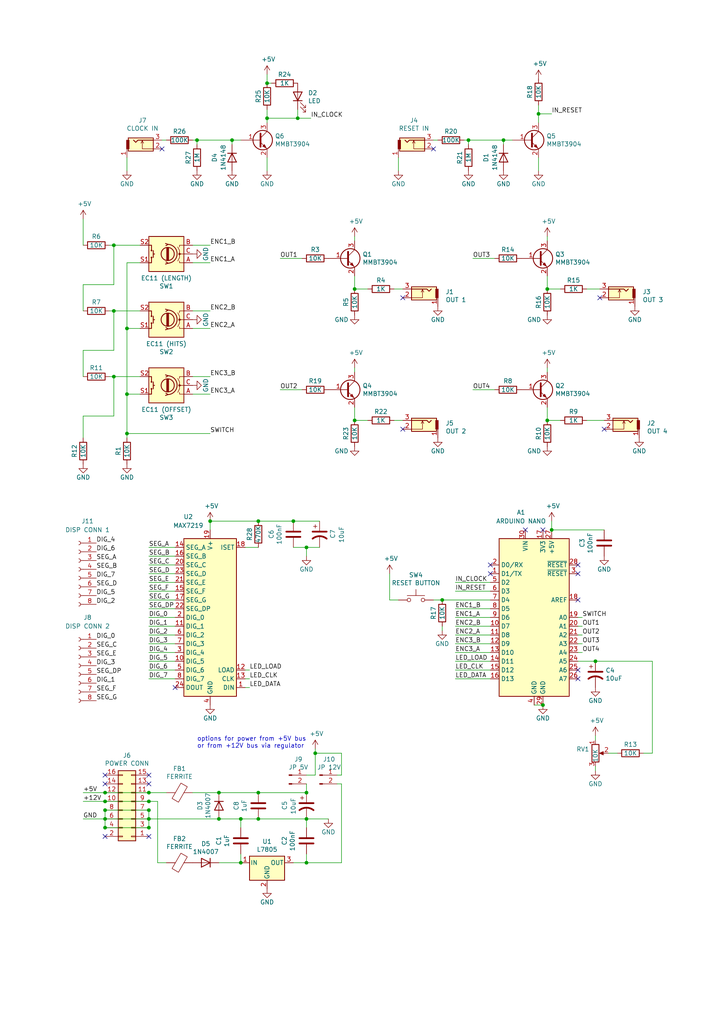
<source format=kicad_sch>
(kicad_sch (version 20230121) (generator eeschema)
  (paper "A4" portrait)
  (title_block (title "Eugenio") (date "2022-08-13") (rev "2.1"))
  (lib_symbols
    (symbol "Akiyuki_Connector:THONKICONN" (pin_names (offset 1.016))
      (property "Reference" "J" (at -1.27 4.445 0))
      (property "Value" "THONKICONN" (at 1.27 -2.54 0))
      (symbol "THONKICONN_1_1"
        (pin passive line (at -5.08 -2.54 90) (length 2.54) (name "~") (number "1"))
        (pin passive line (at 5.08 0 180) (length 2.54) (name "~") (number "2"))
        (pin passive line (at 5.08 2.54 180) (length 2.54) (name "~") (number "3"))
      )
    )
    (symbol "Connector:Conn_01x02_Male" (pin_names (offset 1.016) hide)
      (property "Reference" "J" (at 0 2.54 0))
      (property "Value" "Conn_01x02_Male" (at 0 -5.08 0))
      (symbol "Conn_01x02_Male_1_1"
        (pin passive line (at 5.08 0 180) (length 3.81) (name "Pin_1") (number "1"))
        (pin passive line (at 5.08 -2.54 180) (length 3.81) (name "Pin_2") (number "2"))
      )
    )
    (symbol "Connector:Conn_01x08_Female" (pin_names (offset 1.016) hide)
      (property "Reference" "J" (at 0 10.16 0))
      (property "Value" "Conn_01x08_Female" (at 0 -12.7 0))
      (symbol "Conn_01x08_Female_1_1"
        (pin passive line (at -5.08 7.62 0) (length 3.81) (name "Pin_1") (number "1"))
        (pin passive line (at -5.08 5.08 0) (length 3.81) (name "Pin_2") (number "2"))
        (pin passive line (at -5.08 2.54 0) (length 3.81) (name "Pin_3") (number "3"))
        (pin passive line (at -5.08 0 0) (length 3.81) (name "Pin_4") (number "4"))
        (pin passive line (at -5.08 -2.54 0) (length 3.81) (name "Pin_5") (number "5"))
        (pin passive line (at -5.08 -5.08 0) (length 3.81) (name "Pin_6") (number "6"))
        (pin passive line (at -5.08 -7.62 0) (length 3.81) (name "Pin_7") (number "7"))
        (pin passive line (at -5.08 -10.16 0) (length 3.81) (name "Pin_8") (number "8"))
      )
    )
    (symbol "Connector_Generic:Conn_02x08_Odd_Even" (pin_names (offset 1.016) hide)
      (property "Reference" "J" (at 1.27 10.16 0))
      (property "Value" "Conn_02x08_Odd_Even" (at 1.27 -12.7 0))
      (symbol "Conn_02x08_Odd_Even_1_1"
        (pin passive line (at -5.08 7.62 0) (length 3.81) (name "Pin_1") (number "1"))
        (pin passive line (at 7.62 -2.54 180) (length 3.81) (name "Pin_10") (number "10"))
        (pin passive line (at -5.08 -5.08 0) (length 3.81) (name "Pin_11") (number "11"))
        (pin passive line (at 7.62 -5.08 180) (length 3.81) (name "Pin_12") (number "12"))
        (pin passive line (at -5.08 -7.62 0) (length 3.81) (name "Pin_13") (number "13"))
        (pin passive line (at 7.62 -7.62 180) (length 3.81) (name "Pin_14") (number "14"))
        (pin passive line (at -5.08 -10.16 0) (length 3.81) (name "Pin_15") (number "15"))
        (pin passive line (at 7.62 -10.16 180) (length 3.81) (name "Pin_16") (number "16"))
        (pin passive line (at 7.62 7.62 180) (length 3.81) (name "Pin_2") (number "2"))
        (pin passive line (at -5.08 5.08 0) (length 3.81) (name "Pin_3") (number "3"))
        (pin passive line (at 7.62 5.08 180) (length 3.81) (name "Pin_4") (number "4"))
        (pin passive line (at -5.08 2.54 0) (length 3.81) (name "Pin_5") (number "5"))
        (pin passive line (at 7.62 2.54 180) (length 3.81) (name "Pin_6") (number "6"))
        (pin passive line (at -5.08 0 0) (length 3.81) (name "Pin_7") (number "7"))
        (pin passive line (at 7.62 0 180) (length 3.81) (name "Pin_8") (number "8"))
        (pin passive line (at -5.08 -2.54 0) (length 3.81) (name "Pin_9") (number "9"))
      )
    )
    (symbol "Device:C" (pin_numbers hide) (pin_names (offset 0.254))
      (property "Reference" "C" (at 0.635 2.54 0))
      (property "Value" "C" (at 0.635 -2.54 0))
      (symbol "C_1_1"
        (pin passive line (at 0 3.81 270) (length 2.794) (name "~") (number "1"))
        (pin passive line (at 0 -3.81 90) (length 2.794) (name "~") (number "2"))
      )
    )
    (symbol "Device:C_Polarized_US" (pin_numbers hide) (pin_names (offset 0.254) hide)
      (property "Reference" "C" (at 0.635 2.54 0))
      (property "Value" "C_Polarized_US" (at 0.635 -2.54 0))
      (symbol "C_Polarized_US_1_1"
        (pin passive line (at 0 3.81 270) (length 2.794) (name "~") (number "1"))
        (pin passive line (at 0 -3.81 90) (length 3.302) (name "~") (number "2"))
      )
    )
    (symbol "Device:FerriteBead" (pin_numbers hide) (pin_names (offset 0))
      (property "Reference" "FB" (at -3.81 0.635 90))
      (property "Value" "FerriteBead" (at 3.81 0 90))
      (symbol "FerriteBead_1_1"
        (pin passive line (at 0 3.81 270) (length 2.54) (name "~") (number "1"))
        (pin passive line (at 0 -3.81 90) (length 2.54) (name "~") (number "2"))
      )
    )
    (symbol "Device:LED" (pin_numbers hide) (pin_names (offset 1.016) hide)
      (property "Reference" "D" (at 0 2.54 0))
      (property "Value" "LED" (at 0 -2.54 0))
      (symbol "LED_1_1"
        (pin passive line (at -3.81 0 0) (length 2.54) (name "K") (number "1"))
        (pin passive line (at 3.81 0 180) (length 2.54) (name "A") (number "2"))
      )
    )
    (symbol "Device:R" (pin_numbers hide) (pin_names (offset 0))
      (property "Reference" "R" (at 2.032 0 90))
      (property "Value" "R" (at 0 0 90))
      (symbol "R_1_1"
        (pin passive line (at 0 3.81 270) (length 1.27) (name "~") (number "1"))
        (pin passive line (at 0 -3.81 90) (length 1.27) (name "~") (number "2"))
      )
    )
    (symbol "Device:R_Potentiometer" (pin_names (offset 1.016) hide)
      (property "Reference" "RV" (at -4.445 0 90))
      (property "Value" "R_Potentiometer" (at -2.54 0 90))
      (symbol "R_Potentiometer_1_1"
        (pin passive line (at 0 3.81 270) (length 1.27) (name "1") (number "1"))
        (pin passive line (at 3.81 0 180) (length 1.27) (name "2") (number "2"))
        (pin passive line (at 0 -3.81 90) (length 1.27) (name "3") (number "3"))
      )
    )
    (symbol "Device:RotaryEncoder_Switch" (pin_names (offset 0.254) hide)
      (property "Reference" "SW" (at 0 6.604 0))
      (property "Value" "RotaryEncoder_Switch" (at 0 -6.604 0))
      (symbol "RotaryEncoder_Switch_1_1"
        (pin passive line (at -7.62 2.54 0) (length 2.54) (name "A") (number "A"))
        (pin passive line (at -7.62 -2.54 0) (length 2.54) (name "B") (number "B"))
        (pin passive line (at -7.62 0 0) (length 2.54) (name "C") (number "C"))
        (pin passive line (at 7.62 2.54 180) (length 2.54) (name "S1") (number "S1"))
        (pin passive line (at 7.62 -2.54 180) (length 2.54) (name "S2") (number "S2"))
      )
    )
    (symbol "Diode:1N4007" (pin_numbers hide) (pin_names (offset 1.016) hide)
      (property "Reference" "D" (at 0 2.54 0))
      (property "Value" "1N4007" (at 0 -2.54 0))
      (symbol "1N4007_1_1"
        (pin passive line (at -3.81 0 0) (length 2.54) (name "K") (number "1"))
        (pin passive line (at 3.81 0 180) (length 2.54) (name "A") (number "2"))
      )
    )
    (symbol "Diode:1N4148" (pin_numbers hide) (pin_names (offset 1.016) hide)
      (property "Reference" "D" (at 0 2.54 0))
      (property "Value" "1N4148" (at 0 -2.54 0))
      (symbol "1N4148_1_1"
        (pin passive line (at -3.81 0 0) (length 2.54) (name "K") (number "1"))
        (pin passive line (at 3.81 0 180) (length 2.54) (name "A") (number "2"))
      )
    )
    (symbol "Driver_LED:MAX7219"
      (property "Reference" "U" (at -6.35 24.13 0))
      (property "Value" "MAX7219" (at 1.27 25.4 0))
      (symbol "MAX7219_1_1"
        (pin input line (at -10.16 -20.32 0) (length 2.54) (name "DIN") (number "1"))
        (pin output line (at 10.16 -12.7 180) (length 2.54) (name "DIG_5") (number "10"))
        (pin output line (at 10.16 -2.54 180) (length 2.54) (name "DIG_1") (number "11"))
        (pin input line (at -10.16 -15.24 0) (length 2.54) (name "LOAD") (number "12"))
        (pin input line (at -10.16 -17.78 0) (length 2.54) (name "CLK") (number "13"))
        (pin output line (at 10.16 20.32 180) (length 2.54) (name "SEG_A") (number "14"))
        (pin output line (at 10.16 7.62 180) (length 2.54) (name "SEG_F") (number "15"))
        (pin output line (at 10.16 17.78 180) (length 2.54) (name "SEG_B") (number "16"))
        (pin output line (at 10.16 5.08 180) (length 2.54) (name "SEG_G") (number "17"))
        (pin input line (at -10.16 20.32 0) (length 2.54) (name "ISET") (number "18"))
        (pin power_in line (at 0 25.4 270) (length 2.54) (name "V+") (number "19"))
        (pin output line (at 10.16 0 180) (length 2.54) (name "DIG_0") (number "2"))
        (pin output line (at 10.16 15.24 180) (length 2.54) (name "SEG_C") (number "20"))
        (pin output line (at 10.16 10.16 180) (length 2.54) (name "SEG_E") (number "21"))
        (pin output line (at 10.16 2.54 180) (length 2.54) (name "SEG_DP") (number "22"))
        (pin output line (at 10.16 12.7 180) (length 2.54) (name "SEG_D") (number "23"))
        (pin output line (at 10.16 -20.32 180) (length 2.54) (name "DOUT") (number "24"))
        (pin output line (at 10.16 -10.16 180) (length 2.54) (name "DIG_4") (number "3"))
        (pin power_in line (at 0 -25.4 90) (length 2.54) (name "GND") (number "4"))
        (pin output line (at 10.16 -15.24 180) (length 2.54) (name "DIG_6") (number "5"))
        (pin output line (at 10.16 -5.08 180) (length 2.54) (name "DIG_2") (number "6"))
        (pin output line (at 10.16 -7.62 180) (length 2.54) (name "DIG_3") (number "7"))
        (pin output line (at 10.16 -17.78 180) (length 2.54) (name "DIG_7") (number "8"))
        (pin passive line (at 0 -25.4 90) (length 2.54) hide (name "GND") (number "9"))
      )
    )
    (symbol "MCU_Module:Arduino_Nano_v3.x"
      (property "Reference" "A" (at -10.16 23.495 0))
      (property "Value" "Arduino_Nano_v3.x" (at 5.08 -24.13 0))
      (symbol "Arduino_Nano_v3.x_1_1"
        (pin bidirectional line (at -12.7 12.7 0) (length 2.54) (name "D1/TX") (number "1"))
        (pin bidirectional line (at -12.7 -2.54 0) (length 2.54) (name "D7") (number "10"))
        (pin bidirectional line (at -12.7 -5.08 0) (length 2.54) (name "D8") (number "11"))
        (pin bidirectional line (at -12.7 -7.62 0) (length 2.54) (name "D9") (number "12"))
        (pin bidirectional line (at -12.7 -10.16 0) (length 2.54) (name "D10") (number "13"))
        (pin bidirectional line (at -12.7 -12.7 0) (length 2.54) (name "D11") (number "14"))
        (pin bidirectional line (at -12.7 -15.24 0) (length 2.54) (name "D12") (number "15"))
        (pin bidirectional line (at -12.7 -17.78 0) (length 2.54) (name "D13") (number "16"))
        (pin power_out line (at 2.54 25.4 270) (length 2.54) (name "3V3") (number "17"))
        (pin input line (at 12.7 5.08 180) (length 2.54) (name "AREF") (number "18"))
        (pin bidirectional line (at 12.7 0 180) (length 2.54) (name "A0") (number "19"))
        (pin bidirectional line (at -12.7 15.24 0) (length 2.54) (name "D0/RX") (number "2"))
        (pin bidirectional line (at 12.7 -2.54 180) (length 2.54) (name "A1") (number "20"))
        (pin bidirectional line (at 12.7 -5.08 180) (length 2.54) (name "A2") (number "21"))
        (pin bidirectional line (at 12.7 -7.62 180) (length 2.54) (name "A3") (number "22"))
        (pin bidirectional line (at 12.7 -10.16 180) (length 2.54) (name "A4") (number "23"))
        (pin bidirectional line (at 12.7 -12.7 180) (length 2.54) (name "A5") (number "24"))
        (pin bidirectional line (at 12.7 -15.24 180) (length 2.54) (name "A6") (number "25"))
        (pin bidirectional line (at 12.7 -17.78 180) (length 2.54) (name "A7") (number "26"))
        (pin power_out line (at 5.08 25.4 270) (length 2.54) (name "+5V") (number "27"))
        (pin input line (at 12.7 15.24 180) (length 2.54) (name "~{RESET}") (number "28"))
        (pin power_in line (at 2.54 -25.4 90) (length 2.54) (name "GND") (number "29"))
        (pin input line (at 12.7 12.7 180) (length 2.54) (name "~{RESET}") (number "3"))
        (pin power_in line (at -2.54 25.4 270) (length 2.54) (name "VIN") (number "30"))
        (pin power_in line (at 0 -25.4 90) (length 2.54) (name "GND") (number "4"))
        (pin bidirectional line (at -12.7 10.16 0) (length 2.54) (name "D2") (number "5"))
        (pin bidirectional line (at -12.7 7.62 0) (length 2.54) (name "D3") (number "6"))
        (pin bidirectional line (at -12.7 5.08 0) (length 2.54) (name "D4") (number "7"))
        (pin bidirectional line (at -12.7 2.54 0) (length 2.54) (name "D5") (number "8"))
        (pin bidirectional line (at -12.7 0 0) (length 2.54) (name "D6") (number "9"))
      )
    )
    (symbol "Regulator_Linear:L7805" (pin_names (offset 0.254))
      (property "Reference" "U" (at -3.81 3.175 0))
      (property "Value" "L7805" (at 0 3.175 0))
      (symbol "L7805_1_1"
        (pin power_in line (at -7.62 0 0) (length 2.54) (name "IN") (number "1"))
        (pin power_in line (at 0 -7.62 90) (length 2.54) (name "GND") (number "2"))
        (pin power_out line (at 7.62 0 180) (length 2.54) (name "OUT") (number "3"))
      )
    )
    (symbol "Switch:SW_Push" (pin_numbers hide) (pin_names (offset 1.016) hide)
      (property "Reference" "SW" (at 1.27 2.54 0))
      (property "Value" "SW_Push" (at 0 -1.524 0))
      (symbol "SW_Push_0_1"
        (pin passive line (at -5.08 0 0) (length 2.54) (name "1") (number "1"))
        (pin passive line (at 5.08 0 180) (length 2.54) (name "2") (number "2"))
      )
    )
    (symbol "Transistor_BJT:MMBT3904" (pin_names (offset 0) hide)
      (property "Reference" "Q" (at 5.08 1.905 0))
      (property "Value" "MMBT3904" (at 5.08 0 0))
      (symbol "MMBT3904_1_1"
        (pin input line (at -5.08 0 0) (length 5.715) (name "B") (number "1"))
        (pin passive line (at 2.54 -5.08 90) (length 2.54) (name "E") (number "2"))
        (pin passive line (at 2.54 5.08 270) (length 2.54) (name "C") (number "3"))
      )
    )
    (symbol "power:+5V" (power) (pin_names (offset 0))
      (property "Value" "+5V" (at 0 3.556 0))
      (symbol "+5V_1_1"
        (pin power_in line (at 0 0 90) (length 0) hide (name "+5V") (number "1"))
      )
    )
    (symbol "power:GND" (power) (pin_names (offset 0))
      (property "Value" "GND" (at 0 -3.81 0))
      (symbol "GND_1_1"
        (pin power_in line (at 0 0 270) (length 0) hide (name "GND") (number "1"))
      )
    )
  )
  (junction (at 74.93 151.13))
  (junction (at 128.27 173.99))
  (junction (at 36.83 95.25))
  (junction (at 172.72 191.77))
  (junction (at 33.02 90.17))
  (junction (at 30.48 240.03))
  (junction (at 30.48 232.41))
  (junction (at 158.75 121.92))
  (junction (at 43.18 237.49))
  (junction (at 69.85 250.19))
  (junction (at 57.15 40.64))
  (junction (at 30.48 237.49))
  (junction (at 160.02 153.67))
  (junction (at 74.93 229.87))
  (junction (at 67.31 40.64))
  (junction (at 88.9 237.49))
  (junction (at 102.87 121.92))
  (junction (at 60.96 151.13))
  (junction (at 158.75 83.82))
  (junction (at 77.47 34.29))
  (junction (at 33.02 109.22))
  (junction (at 63.5 237.49))
  (junction (at 63.5 229.87))
  (junction (at 88.9 229.87))
  (junction (at 43.18 229.87))
  (junction (at 43.18 240.03))
  (junction (at 157.48 204.47))
  (junction (at 146.05 40.64))
  (junction (at 30.48 229.87))
  (junction (at 156.21 33.02))
  (junction (at 91.44 218.44))
  (junction (at 43.18 234.95))
  (junction (at 86.36 34.29))
  (junction (at 77.47 24.13))
  (junction (at 88.9 158.75))
  (junction (at 74.93 237.49))
  (junction (at 102.87 83.82))
  (junction (at 88.9 250.19))
  (junction (at 85.09 151.13))
  (junction (at 36.83 125.73))
  (junction (at 69.85 237.49))
  (junction (at 36.83 114.3))
  (junction (at 43.18 232.41))
  (junction (at 33.02 71.12))
  (junction (at 30.48 234.95))
  (junction (at 135.89 40.64))
  (no_connect (at 125.73 43.18))
  (no_connect (at 50.8 199.39))
  (no_connect (at 46.99 43.18))
  (no_connect (at 116.84 124.46))
  (no_connect (at 116.84 86.36))
  (no_connect (at 175.26 124.46))
  (no_connect (at 173.99 86.36))
  (no_connect (at 43.18 224.79))
  (no_connect (at 43.18 227.33))
  (no_connect (at 30.48 227.33))
  (no_connect (at 30.48 224.79))
  (no_connect (at 43.18 242.57))
  (no_connect (at 30.48 242.57))
  (no_connect (at 167.64 173.99))
  (no_connect (at 167.64 166.37))
  (no_connect (at 167.64 163.83))
  (no_connect (at 142.24 163.83))
  (no_connect (at 142.24 166.37))
  (no_connect (at 152.4 153.67))
  (no_connect (at 157.48 153.67))
  (no_connect (at 167.64 196.85))
  (no_connect (at 167.64 194.31))
  (wire (pts (xy 50.8 161.29) (xy 43.18 161.29)))
  (wire (pts (xy 160.02 151.13) (xy 160.02 153.67)))
  (wire (pts (xy 125.73 173.99) (xy 128.27 173.99)))
  (wire (pts (xy 158.75 80.01) (xy 158.75 83.82)))
  (wire (pts (xy 91.44 218.44) (xy 91.44 217.17)))
  (wire (pts (xy 40.64 114.3) (xy 36.83 114.3)))
  (wire (pts (xy 60.96 151.13) (xy 74.93 151.13)))
  (wire (pts (xy 102.87 118.11) (xy 102.87 121.92)))
  (wire (pts (xy 43.18 181.61) (xy 50.8 181.61)))
  (wire (pts (xy 31.75 71.12) (xy 33.02 71.12)))
  (wire (pts (xy 31.75 109.22) (xy 33.02 109.22)))
  (wire (pts (xy 77.47 45.72) (xy 77.47 49.53)))
  (wire (pts (xy 81.28 74.93) (xy 87.63 74.93)))
  (wire (pts (xy 50.8 163.83) (xy 43.18 163.83)))
  (wire (pts (xy 160.02 153.67) (xy 175.26 153.67)))
  (wire (pts (xy 128.27 181.61) (xy 128.27 182.88)))
  (wire (pts (xy 71.12 196.85) (xy 72.39 196.85)))
  (wire (pts (xy 71.12 199.39) (xy 72.39 199.39)))
  (wire (pts (xy 142.24 194.31) (xy 132.08 194.31)))
  (wire (pts (xy 85.09 151.13) (xy 92.71 151.13)))
  (wire (pts (xy 24.13 63.5) (xy 24.13 71.12)))
  (wire (pts (xy 57.15 40.64) (xy 67.31 40.64)))
  (wire (pts (xy 43.18 196.85) (xy 50.8 196.85)))
  (wire (pts (xy 43.18 173.99) (xy 50.8 173.99)))
  (wire (pts (xy 30.48 237.49) (xy 43.18 237.49)))
  (wire (pts (xy 172.72 222.25) (xy 172.72 223.52)))
  (wire (pts (xy 88.9 227.33) (xy 88.9 229.87)))
  (wire (pts (xy 71.12 194.31) (xy 72.39 194.31)))
  (wire (pts (xy 45.72 232.41) (xy 45.72 250.19)))
  (wire (pts (xy 57.15 41.91) (xy 57.15 40.64)))
  (wire (pts (xy 81.28 113.03) (xy 87.63 113.03)))
  (wire (pts (xy 24.13 120.65) (xy 24.13 127)))
  (wire (pts (xy 55.88 114.3) (xy 60.96 114.3)))
  (wire (pts (xy 74.93 158.75) (xy 71.12 158.75)))
  (wire (pts (xy 132.08 196.85) (xy 142.24 196.85)))
  (wire (pts (xy 85.09 158.75) (xy 88.9 158.75)))
  (wire (pts (xy 24.13 90.17) (xy 24.13 82.55)))
  (wire (pts (xy 167.64 181.61) (xy 168.91 181.61)))
  (wire (pts (xy 156.21 33.02) (xy 156.21 35.56)))
  (wire (pts (xy 24.13 237.49) (xy 30.48 237.49)))
  (wire (pts (xy 132.08 171.45) (xy 142.24 171.45)))
  (wire (pts (xy 55.88 40.64) (xy 57.15 40.64)))
  (wire (pts (xy 63.5 237.49) (xy 69.85 237.49)))
  (wire (pts (xy 30.48 229.87) (xy 43.18 229.87)))
  (wire (pts (xy 67.31 40.64) (xy 67.31 41.91)))
  (wire (pts (xy 175.26 121.92) (xy 170.18 121.92)))
  (wire (pts (xy 99.06 250.19) (xy 99.06 227.33)))
  (wire (pts (xy 24.13 109.22) (xy 24.13 101.6)))
  (wire (pts (xy 88.9 158.75) (xy 88.9 161.29)))
  (wire (pts (xy 69.85 250.19) (xy 69.85 247.65)))
  (wire (pts (xy 132.08 179.07) (xy 142.24 179.07)))
  (wire (pts (xy 113.03 173.99) (xy 115.57 173.99)))
  (wire (pts (xy 30.48 234.95) (xy 30.48 237.49)))
  (wire (pts (xy 176.53 218.44) (xy 179.07 218.44)))
  (wire (pts (xy 36.83 125.73) (xy 36.83 127)))
  (wire (pts (xy 115.57 49.53) (xy 115.57 45.72)))
  (wire (pts (xy 158.75 68.58) (xy 158.75 69.85)))
  (wire (pts (xy 74.93 229.87) (xy 88.9 229.87)))
  (wire (pts (xy 55.88 109.22) (xy 60.96 109.22)))
  (wire (pts (xy 167.64 184.15) (xy 168.91 184.15)))
  (wire (pts (xy 132.08 168.91) (xy 142.24 168.91)))
  (wire (pts (xy 55.88 229.87) (xy 63.5 229.87)))
  (wire (pts (xy 63.5 229.87) (xy 74.93 229.87)))
  (wire (pts (xy 189.23 191.77) (xy 189.23 218.44)))
  (wire (pts (xy 88.9 240.03) (xy 88.9 237.49)))
  (wire (pts (xy 69.85 237.49) (xy 74.93 237.49)))
  (wire (pts (xy 99.06 218.44) (xy 91.44 218.44)))
  (wire (pts (xy 135.89 40.64) (xy 146.05 40.64)))
  (wire (pts (xy 102.87 68.58) (xy 102.87 69.85)))
  (wire (pts (xy 67.31 40.64) (xy 69.85 40.64)))
  (wire (pts (xy 33.02 101.6) (xy 33.02 90.17)))
  (wire (pts (xy 134.62 40.64) (xy 135.89 40.64)))
  (wire (pts (xy 137.16 74.93) (xy 143.51 74.93)))
  (wire (pts (xy 30.48 232.41) (xy 43.18 232.41)))
  (wire (pts (xy 146.05 40.64) (xy 146.05 41.91)))
  (wire (pts (xy 132.08 191.77) (xy 142.24 191.77)))
  (wire (pts (xy 40.64 95.25) (xy 36.83 95.25)))
  (wire (pts (xy 43.18 168.91) (xy 50.8 168.91)))
  (wire (pts (xy 36.83 95.25) (xy 36.83 114.3)))
  (wire (pts (xy 50.8 158.75) (xy 43.18 158.75)))
  (wire (pts (xy 88.9 224.79) (xy 91.44 224.79)))
  (wire (pts (xy 40.64 76.2) (xy 36.83 76.2)))
  (wire (pts (xy 137.16 113.03) (xy 143.51 113.03)))
  (wire (pts (xy 24.13 82.55) (xy 33.02 82.55)))
  (wire (pts (xy 74.93 237.49) (xy 88.9 237.49)))
  (wire (pts (xy 33.02 82.55) (xy 33.02 71.12)))
  (wire (pts (xy 30.48 240.03) (xy 43.18 240.03)))
  (wire (pts (xy 24.13 229.87) (xy 30.48 229.87)))
  (wire (pts (xy 77.47 21.59) (xy 77.47 24.13)))
  (wire (pts (xy 88.9 250.19) (xy 99.06 250.19)))
  (wire (pts (xy 97.79 227.33) (xy 99.06 227.33)))
  (wire (pts (xy 102.87 83.82) (xy 106.68 83.82)))
  (wire (pts (xy 24.13 101.6) (xy 33.02 101.6)))
  (wire (pts (xy 30.48 234.95) (xy 43.18 234.95)))
  (wire (pts (xy 158.75 118.11) (xy 158.75 121.92)))
  (wire (pts (xy 69.85 240.03) (xy 69.85 237.49)))
  (wire (pts (xy 24.13 232.41) (xy 30.48 232.41)))
  (wire (pts (xy 55.88 71.12) (xy 60.96 71.12)))
  (wire (pts (xy 170.18 83.82) (xy 173.99 83.82)))
  (wire (pts (xy 43.18 189.23) (xy 50.8 189.23)))
  (wire (pts (xy 36.83 95.25) (xy 36.83 76.2)))
  (wire (pts (xy 86.36 31.75) (xy 86.36 34.29)))
  (wire (pts (xy 102.87 121.92) (xy 106.68 121.92)))
  (wire (pts (xy 33.02 109.22) (xy 40.64 109.22)))
  (wire (pts (xy 55.88 95.25) (xy 60.96 95.25)))
  (wire (pts (xy 146.05 40.64) (xy 148.59 40.64)))
  (wire (pts (xy 77.47 34.29) (xy 86.36 34.29)))
  (wire (pts (xy 88.9 250.19) (xy 88.9 247.65)))
  (wire (pts (xy 156.21 33.02) (xy 160.02 33.02)))
  (wire (pts (xy 132.08 184.15) (xy 142.24 184.15)))
  (wire (pts (xy 113.03 166.37) (xy 113.03 173.99)))
  (wire (pts (xy 167.64 186.69) (xy 168.91 186.69)))
  (wire (pts (xy 116.84 121.92) (xy 114.3 121.92)))
  (wire (pts (xy 50.8 166.37) (xy 43.18 166.37)))
  (wire (pts (xy 85.09 250.19) (xy 88.9 250.19)))
  (wire (pts (xy 36.83 45.72) (xy 36.83 49.53)))
  (wire (pts (xy 77.47 31.75) (xy 77.47 34.29)))
  (wire (pts (xy 31.75 90.17) (xy 33.02 90.17)))
  (wire (pts (xy 55.88 90.17) (xy 60.96 90.17)))
  (wire (pts (xy 154.94 204.47) (xy 157.48 204.47)))
  (wire (pts (xy 116.84 83.82) (xy 114.3 83.82)))
  (wire (pts (xy 167.64 191.77) (xy 172.72 191.77)))
  (wire (pts (xy 156.21 30.48) (xy 156.21 33.02)))
  (wire (pts (xy 158.75 121.92) (xy 162.56 121.92)))
  (wire (pts (xy 43.18 191.77) (xy 50.8 191.77)))
  (wire (pts (xy 45.72 250.19) (xy 48.26 250.19)))
  (wire (pts (xy 167.64 189.23) (xy 168.91 189.23)))
  (wire (pts (xy 102.87 80.01) (xy 102.87 83.82)))
  (wire (pts (xy 88.9 237.49) (xy 95.25 237.49)))
  (wire (pts (xy 132.08 189.23) (xy 142.24 189.23)))
  (wire (pts (xy 128.27 173.99) (xy 142.24 173.99)))
  (wire (pts (xy 33.02 120.65) (xy 33.02 109.22)))
  (wire (pts (xy 91.44 224.79) (xy 91.44 218.44)))
  (wire (pts (xy 33.02 90.17) (xy 40.64 90.17)))
  (wire (pts (xy 43.18 237.49) (xy 63.5 237.49)))
  (wire (pts (xy 33.02 120.65) (xy 24.13 120.65)))
  (wire (pts (xy 60.96 151.13) (xy 60.96 153.67)))
  (wire (pts (xy 186.69 218.44) (xy 189.23 218.44)))
  (wire (pts (xy 132.08 176.53) (xy 142.24 176.53)))
  (wire (pts (xy 43.18 194.31) (xy 50.8 194.31)))
  (wire (pts (xy 125.73 40.64) (xy 127 40.64)))
  (wire (pts (xy 99.06 224.79) (xy 99.06 218.44)))
  (wire (pts (xy 158.75 83.82) (xy 162.56 83.82)))
  (wire (pts (xy 43.18 234.95) (xy 43.18 237.49)))
  (wire (pts (xy 77.47 34.29) (xy 77.47 35.56)))
  (wire (pts (xy 50.8 171.45) (xy 43.18 171.45)))
  (wire (pts (xy 135.89 41.91) (xy 135.89 40.64)))
  (wire (pts (xy 43.18 179.07) (xy 50.8 179.07)))
  (wire (pts (xy 36.83 125.73) (xy 60.96 125.73)))
  (wire (pts (xy 172.72 213.36) (xy 172.72 214.63)))
  (wire (pts (xy 92.71 158.75) (xy 88.9 158.75)))
  (wire (pts (xy 46.99 40.64) (xy 48.26 40.64)))
  (wire (pts (xy 77.47 24.13) (xy 78.74 24.13)))
  (wire (pts (xy 43.18 186.69) (xy 50.8 186.69)))
  (wire (pts (xy 156.21 45.72) (xy 156.21 49.53)))
  (wire (pts (xy 86.36 34.29) (xy 90.17 34.29)))
  (wire (pts (xy 97.79 224.79) (xy 99.06 224.79)))
  (wire (pts (xy 43.18 232.41) (xy 45.72 232.41)))
  (wire (pts (xy 74.93 151.13) (xy 85.09 151.13)))
  (wire (pts (xy 30.48 240.03) (xy 30.48 237.49)))
  (wire (pts (xy 43.18 229.87) (xy 48.26 229.87)))
  (wire (pts (xy 43.18 237.49) (xy 43.18 240.03)))
  (wire (pts (xy 36.83 114.3) (xy 36.83 125.73)))
  (wire (pts (xy 43.18 176.53) (xy 50.8 176.53)))
  (wire (pts (xy 43.18 184.15) (xy 50.8 184.15)))
  (wire (pts (xy 132.08 181.61) (xy 142.24 181.61)))
  (wire (pts (xy 132.08 186.69) (xy 142.24 186.69)))
  (wire (pts (xy 158.75 106.68) (xy 158.75 107.95)))
  (wire (pts (xy 102.87 106.68) (xy 102.87 107.95)))
  (wire (pts (xy 33.02 71.12) (xy 40.64 71.12)))
  (wire (pts (xy 172.72 191.77) (xy 189.23 191.77)))
  (wire (pts (xy 168.91 179.07) (xy 167.64 179.07)))
  (wire (pts (xy 55.88 76.2) (xy 60.96 76.2)))
  (wire (pts (xy 63.5 250.19) (xy 69.85 250.19)))
  (text "options for power from +5V bus\nor from +12V bus via regulator" (at 57.15 217.17 0) (effects (font (size 1.27 1.27)) (justify left bottom)))
  (label "ENC1_B" (at 60.96 71.12 0))
  (label "IN_RESET" (at 132.08 171.45 0))
  (label "ENC1_A" (at 132.08 179.07 0))
  (label "SEG_DP" (at 43.18 176.53 0))
  (label "ENC3_A" (at 60.96 114.3 0))
  (label "ENC2_B" (at 60.96 90.17 0))
  (label "OUT1" (at 168.91 181.61 0))
  (label "SEG_A" (at 43.18 158.75 0))
  (label "ENC1_A" (at 60.96 76.2 0))
  (label "SEG_B" (at 27.94 165.1 0))
  (label "DIG_7" (at 43.18 196.85 0))
  (label "SEG_C" (at 27.94 187.96 0))
  (label "SEG_B" (at 43.18 161.29 0))
  (label "LED_LOAD" (at 132.08 191.77 0))
  (label "OUT2" (at 168.91 184.15 0))
  (label "GND" (at 24.13 237.49 0))
  (label "SEG_E" (at 27.94 190.5 0))
  (label "DIG_3" (at 27.94 193.04 0))
  (label "LED_LOAD" (at 72.39 194.31 0))
  (label "SEG_F" (at 27.94 200.66 0))
  (label "SWITCH" (at 60.96 125.73 0))
  (label "OUT2" (at 81.28 113.03 0))
  (label "SEG_F" (at 43.18 171.45 0))
  (label "DIG_1" (at 43.18 181.61 0))
  (label "+12V" (at 24.13 232.41 0))
  (label "DIG_2" (at 27.94 175.26 0))
  (label "SWITCH" (at 168.91 179.07 0))
  (label "SEG_A" (at 27.94 162.56 0))
  (label "SEG_D" (at 43.18 166.37 0))
  (label "ENC2_A" (at 60.96 95.25 0))
  (label "IN_CLOCK" (at 132.08 168.91 0))
  (label "ENC2_B" (at 132.08 181.61 0))
  (label "OUT4" (at 137.16 113.03 0))
  (label "LED_CLK" (at 72.39 196.85 0))
  (label "OUT4" (at 168.91 189.23 0))
  (label "ENC3_A" (at 132.08 189.23 0))
  (label "LED_DATA" (at 132.08 196.85 0))
  (label "SEG_DP" (at 27.94 195.58 0))
  (label "DIG_6" (at 43.18 194.31 0))
  (label "IN_RESET" (at 160.02 33.02 0))
  (label "SEG_G" (at 43.18 173.99 0))
  (label "OUT3" (at 137.16 74.93 0))
  (label "DIG_2" (at 43.18 184.15 0))
  (label "DIG_3" (at 43.18 186.69 0))
  (label "ENC2_A" (at 132.08 184.15 0))
  (label "DIG_0" (at 27.94 185.42 0))
  (label "SEG_G" (at 27.94 203.2 0))
  (label "SEG_E" (at 43.18 168.91 0))
  (label "DIG_6" (at 27.94 160.02 0))
  (label "+5V" (at 24.13 229.87 0))
  (label "DIG_7" (at 27.94 167.64 0))
  (label "OUT1" (at 81.28 74.93 0))
  (label "ENC3_B" (at 60.96 109.22 0))
  (label "DIG_1" (at 27.94 198.12 0))
  (label "LED_CLK" (at 132.08 194.31 0))
  (label "SEG_C" (at 43.18 163.83 0))
  (label "ENC1_B" (at 132.08 176.53 0))
  (label "DIG_4" (at 43.18 189.23 0))
  (label "DIG_0" (at 43.18 179.07 0))
  (label "DIG_5" (at 43.18 191.77 0))
  (label "IN_CLOCK" (at 90.17 34.29 0))
  (label "SEG_D" (at 27.94 170.18 0))
  (label "OUT3" (at 168.91 186.69 0))
  (label "ENC3_B" (at 132.08 186.69 0))
  (label "LED_DATA" (at 72.39 199.39 0))
  (label "DIG_4" (at 27.94 157.48 0))
  (label "DIG_5" (at 27.94 172.72 0))
  (symbol (lib_id "Device:R") (at 110.49 121.92 270) (unit 1)
    (property "Reference" "R22" (at 110.49 119.38 90))
    (property "Value" "1K" (at 110.49 121.92 90))
    (property "Footprint" "Resistor_SMD:R_0805_2012Metric" (effects hide))
  )
  (symbol (lib_id "power:GND") (at 77.47 49.53 0) (unit 1)
    (property "Reference" "#PWR041" (effects hide))
    (property "Value" "GND" (at 77.47 53.34 0))
  )
  (symbol (lib_id "Transistor_BJT:MMBT3904") (at 74.93 40.64 0) (unit 1)
    (property "Reference" "Q6" (at 79.756 39.4716 0) (effects (justify left)))
    (property "Value" "MMBT3904" (at 79.756 41.783 0) (effects (justify left)))
    (property "Footprint" "Package_TO_SOT_SMD:SOT-23" (effects hide))
    (property "Datasheet" "https://www.onsemi.com/pub/Collateral/2N3903-D.PDF" (effects hide))
  )
  (symbol (lib_id "Device:R") (at 77.47 27.94 0) (unit 1)
    (property "Reference" "R25" (at 74.93 27.94 90))
    (property "Value" "10K" (at 77.47 27.94 90))
    (property "Footprint" "Resistor_SMD:R_0805_2012Metric" (effects hide))
  )
  (symbol (lib_id "Device:R") (at 82.55 24.13 270) (unit 1)
    (property "Reference" "R24" (at 82.55 21.59 90))
    (property "Value" "1K" (at 82.55 24.13 90))
    (property "Footprint" "Resistor_SMD:R_0805_2012Metric" (effects hide))
  )
  (symbol (lib_id "power:+5V") (at 160.02 151.13 0) (unit 1)
    (property "Reference" "#PWR04" (effects hide))
    (property "Value" "+5V" (at 160.401 146.7358 0))
  )
  (symbol (lib_id "power:+5V") (at 156.21 22.86 0) (unit 1)
    (property "Reference" "#PWR027" (effects hide))
    (property "Value" "+5V" (at 156.591 18.4658 0))
  )
  (symbol (lib_id "Device:R") (at 57.15 45.72 0) (unit 1)
    (property "Reference" "R27" (at 54.61 45.72 90))
    (property "Value" "1M" (at 57.15 45.72 90))
    (property "Footprint" "Resistor_SMD:R_0805_2012Metric" (effects hide))
  )
  (symbol (lib_id "Diode:1N4148") (at 146.05 45.72 270) (unit 1)
    (property "Reference" "D1" (at 140.97 45.72 0))
    (property "Value" "1N4148" (at 143.51 45.72 0))
    (property "Footprint" "Diode_SMD:D_0805_2012Metric" (effects hide))
    (property "Datasheet" "https://assets.nexperia.com/documents/data-sheet/1N4148_1N4448.pdf" (effects hide))
  )
  (symbol (lib_id "Diode:1N4148") (at 67.31 45.72 270) (unit 1)
    (property "Reference" "D4" (at 62.23 45.72 0))
    (property "Value" "1N4148" (at 64.77 45.72 0))
    (property "Footprint" "Diode_SMD:D_0805_2012Metric" (effects hide))
    (property "Datasheet" "https://assets.nexperia.com/documents/data-sheet/1N4148_1N4448.pdf" (effects hide))
  )
  (symbol (lib_id "power:GND") (at 67.31 49.53 0) (unit 1)
    (property "Reference" "#PWR040" (effects hide))
    (property "Value" "GND" (at 67.31 53.34 0))
  )
  (symbol (lib_id "power:+5V") (at 77.47 21.59 0) (unit 1)
    (property "Reference" "#PWR035" (effects hide))
    (property "Value" "+5V" (at 77.851 17.1958 0))
  )
  (symbol (lib_id "Device:R") (at 182.88 218.44 270) (unit 1)
    (property "Reference" "R13" (at 182.88 215.9 90))
    (property "Value" "10K" (at 182.88 218.44 90))
    (property "Footprint" "Resistor_SMD:R_0805_2012Metric" (effects hide))
  )
  (symbol (lib_id "Device:R_Potentiometer") (at 172.72 218.44 0) (unit 1)
    (property "Reference" "RV1" (at 170.9674 217.2716 0) (effects (justify right)))
    (property "Value" "10K" (at 172.72 217.17 90) (effects (justify right)))
    (property "Footprint" "Potentiometer_THT:Potentiometer_Alpha_RD901F-40-00D_Single_Vertical" (effects hide))
  )
  (symbol (lib_id "Device:C_Polarized_US") (at 172.72 195.58 0) (unit 1)
    (property "Reference" "C4" (at 175.641 194.4116 0) (effects (justify left)))
    (property "Value" "10uF" (at 175.641 196.723 0) (effects (justify left)))
    (property "Footprint" "Capacitor_SMD:CP_Elec_5x4.5" (effects hide))
  )
  (symbol (lib_id "power:GND") (at 172.72 199.39 0) (unit 1)
    (property "Reference" "#PWR022" (effects hide))
    (property "Value" "GND" (at 172.72 203.2 0))
  )
  (symbol (lib_id "Device:LED") (at 86.36 27.94 90) (unit 1)
    (property "Reference" "D2" (at 89.3572 26.9494 90) (effects (justify right)))
    (property "Value" "LED" (at 89.3572 29.2608 90) (effects (justify right)))
    (property "Footprint" "LED_THT:LED_D3.0mm" (effects hide))
  )
  (symbol (lib_id "Device:FerriteBead") (at 52.07 229.87 270) (unit 1)
    (property "Reference" "FB1" (at 52.07 222.9104 90))
    (property "Value" "FERRITE" (at 52.07 225.2218 90))
    (property "Footprint" "Inductor_SMD:L_0603_1608Metric" (effects hide))
  )
  (symbol (lib_id "power:GND") (at 175.26 161.29 0) (unit 1)
    (property "Reference" "#PWR05" (effects hide))
    (property "Value" "GND" (at 175.26 165.1 0))
  )
  (symbol (lib_id "Device:C") (at 175.26 157.48 0) (unit 1)
    (property "Reference" "C3" (at 168.8592 157.48 90))
    (property "Value" "100nF" (at 171.1706 157.48 90))
    (property "Footprint" "Capacitor_SMD:C_0805_2012Metric" (effects hide))
  )
  (symbol (lib_id "power:+5V") (at 91.44 217.17 0) (unit 1)
    (property "Reference" "#PWR036" (effects hide))
    (property "Value" "+5V" (at 91.821 212.7758 0))
  )
  (symbol (lib_id "Device:RotaryEncoder_Switch") (at 48.26 92.71 180) (unit 1)
    (property "Reference" "SW2" (at 48.26 102.0318 0))
    (property "Value" "EC11 (HITS)" (at 48.26 99.7204 0))
    (property "Footprint" "Rotary_Encoder:RotaryEncoder_Alps_EC11E-Switch_Vertical_H20mm" (effects hide))
  )
  (symbol (lib_id "Device:RotaryEncoder_Switch") (at 48.26 111.76 180) (unit 1)
    (property "Reference" "SW3" (at 48.26 121.0818 0))
    (property "Value" "EC11 (OFFSET)" (at 48.26 118.7704 0))
    (property "Footprint" "Rotary_Encoder:RotaryEncoder_Alps_EC11E-Switch_Vertical_H20mm" (effects hide))
  )
  (symbol (lib_id "Device:R") (at 158.75 87.63 0) (unit 1)
    (property "Reference" "R16" (at 156.21 87.63 90))
    (property "Value" "10K" (at 158.75 87.63 90))
    (property "Footprint" "Resistor_SMD:R_0805_2012Metric" (effects hide))
  )
  (symbol (lib_id "Device:R") (at 166.37 83.82 270) (unit 1)
    (property "Reference" "R15" (at 166.37 81.28 90))
    (property "Value" "1K" (at 166.37 83.82 90))
    (property "Footprint" "Resistor_SMD:R_0805_2012Metric" (effects hide))
  )
  (symbol (lib_id "power:+5V") (at 158.75 68.58 0) (unit 1)
    (property "Reference" "#PWR019" (effects hide))
    (property "Value" "+5V" (at 159.131 64.1858 0))
  )
  (symbol (lib_id "Device:R") (at 147.32 113.03 270) (unit 1)
    (property "Reference" "R8" (at 147.32 110.49 90))
    (property "Value" "10K" (at 147.32 113.03 90))
    (property "Footprint" "Resistor_SMD:R_0805_2012Metric" (effects hide))
  )
  (symbol (lib_id "Device:R") (at 158.75 125.73 0) (unit 1)
    (property "Reference" "R10" (at 156.21 125.73 90))
    (property "Value" "10K" (at 158.75 125.73 90))
    (property "Footprint" "Resistor_SMD:R_0805_2012Metric" (effects hide))
  )
  (symbol (lib_id "Device:R") (at 166.37 121.92 270) (unit 1)
    (property "Reference" "R9" (at 166.37 119.38 90))
    (property "Value" "1K" (at 166.37 121.92 90))
    (property "Footprint" "Resistor_SMD:R_0805_2012Metric" (effects hide))
  )
  (symbol (lib_id "power:GND") (at 102.87 91.44 0) (unit 1)
    (property "Reference" "#PWR010" (effects hide))
    (property "Value" "GND" (at 99.06 92.71 0))
  )
  (symbol (lib_id "Transistor_BJT:MMBT3904") (at 100.33 74.93 0) (unit 1)
    (property "Reference" "Q1" (at 105.156 73.7616 0) (effects (justify left)))
    (property "Value" "MMBT3904" (at 105.156 76.073 0) (effects (justify left)))
    (property "Footprint" "Package_TO_SOT_SMD:SOT-23" (effects hide))
    (property "Datasheet" "https://www.onsemi.com/pub/Collateral/2N3903-D.PDF" (effects hide))
  )
  (symbol (lib_id "Device:R") (at 91.44 74.93 270) (unit 1)
    (property "Reference" "R3" (at 91.44 72.39 90))
    (property "Value" "10K" (at 91.44 74.93 90))
    (property "Footprint" "Resistor_SMD:R_0805_2012Metric" (effects hide))
  )
  (symbol (lib_id "Device:R") (at 102.87 87.63 0) (unit 1)
    (property "Reference" "R5" (at 100.33 87.63 90))
    (property "Value" "10K" (at 102.87 87.63 90))
    (property "Footprint" "Resistor_SMD:R_0805_2012Metric" (effects hide))
  )
  (symbol (lib_id "Device:R") (at 110.49 83.82 270) (unit 1)
    (property "Reference" "R4" (at 110.49 81.28 90))
    (property "Value" "1K" (at 110.49 83.82 90))
    (property "Footprint" "Resistor_SMD:R_0805_2012Metric" (effects hide))
  )
  (symbol (lib_id "power:+5V") (at 102.87 68.58 0) (unit 1)
    (property "Reference" "#PWR06" (effects hide))
    (property "Value" "+5V" (at 103.251 64.1858 0))
  )
  (symbol (lib_id "Device:R") (at 27.94 90.17 270) (unit 1)
    (property "Reference" "R7" (at 27.94 87.63 90))
    (property "Value" "10K" (at 27.94 90.17 90))
    (property "Footprint" "Resistor_SMD:R_0805_2012Metric" (effects hide))
  )
  (symbol (lib_id "power:GND") (at 24.13 134.62 0) (unit 1)
    (property "Reference" "#PWR020" (effects hide))
    (property "Value" "GND" (at 24.13 138.43 0))
  )
  (symbol (lib_id "Akiyuki_Connector:THONKICONN") (at 120.65 43.18 0) (unit 1)
    (property "Reference" "J4" (at 120.0912 34.925 0))
    (property "Value" "RESET IN" (at 120.0912 37.2364 0))
    (property "Footprint" "Kicad_Akiyuki_Footprint:THONKICONN" (effects hide))
  )
  (symbol (lib_id "power:GND") (at 55.88 111.76 90) (unit 1)
    (property "Reference" "#PWR017" (effects hide))
    (property "Value" "GND" (at 59.69 111.76 0))
  )
  (symbol (lib_id "power:GND") (at 36.83 49.53 0) (unit 1)
    (property "Reference" "#PWR038" (effects hide))
    (property "Value" "GND" (at 36.83 53.34 0))
  )
  (symbol (lib_id "power:GND") (at 95.25 237.49 0) (unit 1)
    (property "Reference" "#PWR037" (effects hide))
    (property "Value" "GND" (at 95.25 241.3 0))
  )
  (symbol (lib_id "Diode:1N4007") (at 63.5 233.68 270) (unit 1)
    (property "Reference" "D3" (at 58.0136 233.68 0))
    (property "Value" "1N4007" (at 60.325 233.68 0))
    (property "Footprint" "Diode_SMD:D_1206_3216Metric" (effects hide))
    (property "Datasheet" "http://www.vishay.com/docs/88503/1n4001.pdf" (effects hide))
  )
  (symbol (lib_id "Device:C_Polarized_US") (at 88.9 233.68 0) (unit 1)
    (property "Reference" "C5" (at 82.55 234.95 90) (effects (justify left)))
    (property "Value" "10uF" (at 85.09 236.22 90) (effects (justify left)))
    (property "Footprint" "Capacitor_SMD:CP_Elec_5x4.5" (effects hide))
  )
  (symbol (lib_id "Transistor_BJT:MMBT3904") (at 100.33 113.03 0) (unit 1)
    (property "Reference" "Q4" (at 105.156 111.8616 0) (effects (justify left)))
    (property "Value" "MMBT3904" (at 105.156 114.173 0) (effects (justify left)))
    (property "Footprint" "Package_TO_SOT_SMD:SOT-23" (effects hide))
    (property "Datasheet" "https://www.onsemi.com/pub/Collateral/2N3903-D.PDF" (effects hide))
  )
  (symbol (lib_id "MCU_Module:Arduino_Nano_v3.x") (at 154.94 179.07 0) (unit 1)
    (property "Reference" "A1" (at 151.13 148.59 0))
    (property "Value" "ARDUINO NANO" (at 151.13 151.13 0))
    (property "Footprint" "Module:Arduino_Nano" (effects hide))
    (property "Datasheet" "http://www.mouser.com/pdfdocs/Gravitech_Arduino_Nano3_0.pdf" (effects hide))
  )
  (symbol (lib_id "Device:R") (at 91.44 113.03 270) (unit 1)
    (property "Reference" "R19" (at 91.44 110.49 90))
    (property "Value" "10K" (at 91.44 113.03 90))
    (property "Footprint" "Resistor_SMD:R_0805_2012Metric" (effects hide))
  )
  (symbol (lib_id "Device:R") (at 102.87 125.73 0) (unit 1)
    (property "Reference" "R23" (at 100.33 125.73 90))
    (property "Value" "10K" (at 102.87 125.73 90))
    (property "Footprint" "Resistor_SMD:R_0805_2012Metric" (effects hide))
  )
  (symbol (lib_id "power:GND") (at 57.15 49.53 0) (unit 1)
    (property "Reference" "#PWR039" (effects hide))
    (property "Value" "GND" (at 57.15 53.34 0))
  )
  (symbol (lib_id "Device:RotaryEncoder_Switch") (at 48.26 73.66 180) (unit 1)
    (property "Reference" "SW1" (at 48.26 82.9818 0))
    (property "Value" "EC11 (LENGTH)" (at 48.26 80.6704 0))
    (property "Footprint" "Rotary_Encoder:RotaryEncoder_Alps_EC11E-Switch_Vertical_H20mm" (effects hide))
  )
  (symbol (lib_id "power:GND") (at 146.05 49.53 0) (unit 1)
    (property "Reference" "#PWR031" (effects hide))
    (property "Value" "GND" (at 146.05 53.34 0))
  )
  (symbol (lib_id "Device:R") (at 130.81 40.64 270) (unit 1)
    (property "Reference" "R20" (at 130.81 38.1 90))
    (property "Value" "100K" (at 130.81 40.64 90))
    (property "Footprint" "Resistor_SMD:R_0805_2012Metric" (effects hide))
  )
  (symbol (lib_id "Transistor_BJT:MMBT3904") (at 153.67 40.64 0) (unit 1)
    (property "Reference" "Q5" (at 158.496 39.4716 0) (effects (justify left)))
    (property "Value" "MMBT3904" (at 158.496 41.783 0) (effects (justify left)))
    (property "Footprint" "Package_TO_SOT_SMD:SOT-23" (effects hide))
    (property "Datasheet" "https://www.onsemi.com/pub/Collateral/2N3903-D.PDF" (effects hide))
  )
  (symbol (lib_id "Device:R") (at 156.21 26.67 0) (unit 1)
    (property "Reference" "R18" (at 153.67 26.67 90))
    (property "Value" "10K" (at 156.21 26.67 90))
    (property "Footprint" "Resistor_SMD:R_0805_2012Metric" (effects hide))
  )
  (symbol (lib_id "power:GND") (at 156.21 49.53 0) (unit 1)
    (property "Reference" "#PWR032" (effects hide))
    (property "Value" "GND" (at 156.21 53.34 0))
  )
  (symbol (lib_id "power:GND") (at 135.89 49.53 0) (unit 1)
    (property "Reference" "#PWR030" (effects hide))
    (property "Value" "GND" (at 135.89 53.34 0))
  )
  (symbol (lib_id "Device:R") (at 135.89 45.72 0) (unit 1)
    (property "Reference" "R21" (at 133.35 45.72 90))
    (property "Value" "1M" (at 135.89 45.72 90))
    (property "Footprint" "Resistor_SMD:R_0805_2012Metric" (effects hide))
  )
  (symbol (lib_id "power:GND") (at 157.48 204.47 0) (unit 1)
    (property "Reference" "#PWR012" (effects hide))
    (property "Value" "GND" (at 157.48 208.28 0))
  )
  (symbol (lib_id "power:+5V") (at 172.72 213.36 0) (unit 1)
    (property "Reference" "#PWR018" (effects hide))
    (property "Value" "+5V" (at 173.101 208.9658 0))
  )
  (symbol (lib_id "power:GND") (at 172.72 223.52 0) (unit 1)
    (property "Reference" "#PWR021" (effects hide))
    (property "Value" "GND" (at 172.72 227.33 0))
  )
  (symbol (lib_id "Device:R") (at 52.07 40.64 270) (unit 1)
    (property "Reference" "R26" (at 52.07 38.1 90))
    (property "Value" "100K" (at 52.07 40.64 90))
    (property "Footprint" "Resistor_SMD:R_0805_2012Metric" (effects hide))
  )
  (symbol (lib_id "power:+5V") (at 102.87 106.68 0) (unit 1)
    (property "Reference" "#PWR028" (effects hide))
    (property "Value" "+5V" (at 103.251 102.2858 0))
  )
  (symbol (lib_id "Switch:SW_Push") (at 120.65 173.99 0) (unit 1)
    (property "Reference" "SW4" (at 120.65 166.751 0))
    (property "Value" "RESET BUTTON" (at 120.65 169.0624 0))
    (property "Footprint" "Button_Switch_THT:SW_PUSH_6mm" (effects hide))
  )
  (symbol (lib_id "power:GND") (at 128.27 182.88 0) (unit 1)
    (property "Reference" "#PWR026" (effects hide))
    (property "Value" "GND" (at 128.27 186.69 0))
  )
  (symbol (lib_id "power:+5V") (at 113.03 166.37 0) (unit 1)
    (property "Reference" "#PWR023" (effects hide))
    (property "Value" "+5V" (at 113.411 161.9758 0))
  )
  (symbol (lib_id "Device:R") (at 128.27 177.8 0) (unit 1)
    (property "Reference" "R17" (at 125.73 177.8 90))
    (property "Value" "10K" (at 128.27 177.8 90))
    (property "Footprint" "Resistor_SMD:R_0805_2012Metric" (effects hide))
  )
  (symbol (lib_id "power:GND") (at 127 127 0) (unit 1)
    (property "Reference" "#PWR033" (effects hide))
    (property "Value" "GND" (at 127 130.81 0))
  )
  (symbol (lib_id "power:GND") (at 102.87 129.54 0) (unit 1)
    (property "Reference" "#PWR034" (effects hide))
    (property "Value" "GND" (at 99.06 130.81 0))
  )
  (symbol (lib_id "power:GND") (at 158.75 91.44 0) (unit 1)
    (property "Reference" "#PWR025" (effects hide))
    (property "Value" "GND" (at 154.94 92.71 0))
  )
  (symbol (lib_id "Transistor_BJT:MMBT3904") (at 156.21 74.93 0) (unit 1)
    (property "Reference" "Q3" (at 161.036 73.7616 0) (effects (justify left)))
    (property "Value" "MMBT3904" (at 161.036 76.073 0) (effects (justify left)))
    (property "Footprint" "Package_TO_SOT_SMD:SOT-23" (effects hide))
    (property "Datasheet" "https://www.onsemi.com/pub/Collateral/2N3903-D.PDF" (effects hide))
  )
  (symbol (lib_id "Device:R") (at 147.32 74.93 270) (unit 1)
    (property "Reference" "R14" (at 147.32 72.39 90))
    (property "Value" "10K" (at 147.32 74.93 90))
    (property "Footprint" "Resistor_SMD:R_0805_2012Metric" (effects hide))
  )
  (symbol (lib_id "power:GND") (at 158.75 129.54 0) (unit 1)
    (property "Reference" "#PWR016" (effects hide))
    (property "Value" "GND" (at 154.94 130.81 0))
  )
  (symbol (lib_id "Transistor_BJT:MMBT3904") (at 156.21 113.03 0) (unit 1)
    (property "Reference" "Q2" (at 161.036 111.8616 0) (effects (justify left)))
    (property "Value" "MMBT3904" (at 161.036 114.173 0) (effects (justify left)))
    (property "Footprint" "Package_TO_SOT_SMD:SOT-23" (effects hide))
    (property "Datasheet" "https://www.onsemi.com/pub/Collateral/2N3903-D.PDF" (effects hide))
  )
  (symbol (lib_id "power:+5V") (at 158.75 106.68 0) (unit 1)
    (property "Reference" "#PWR013" (effects hide))
    (property "Value" "+5V" (at 159.131 102.2858 0))
  )
  (symbol (lib_id "Device:R") (at 27.94 109.22 270) (unit 1)
    (property "Reference" "R11" (at 27.94 106.68 90))
    (property "Value" "10K" (at 27.94 109.22 90))
    (property "Footprint" "Resistor_SMD:R_0805_2012Metric" (effects hide))
  )
  (symbol (lib_id "Device:R") (at 27.94 71.12 270) (unit 1)
    (property "Reference" "R6" (at 27.94 68.58 90))
    (property "Value" "10K" (at 27.94 71.12 90))
    (property "Footprint" "Resistor_SMD:R_0805_2012Metric" (effects hide))
  )
  (symbol (lib_id "Device:R") (at 24.13 130.81 0) (unit 1)
    (property "Reference" "R12" (at 21.59 130.81 90))
    (property "Value" "10K" (at 24.13 130.81 90))
    (property "Footprint" "Resistor_SMD:R_0805_2012Metric" (effects hide))
  )
  (symbol (lib_id "power:+5V") (at 24.13 63.5 0) (unit 1)
    (property "Reference" "#PWR07" (effects hide))
    (property "Value" "+5V" (at 24.511 59.1058 0))
  )
  (symbol (lib_id "Device:R") (at 36.83 130.81 0) (unit 1)
    (property "Reference" "R1" (at 34.29 130.81 90))
    (property "Value" "10K" (at 36.83 130.81 90))
    (property "Footprint" "Resistor_SMD:R_0805_2012Metric" (effects hide))
  )
  (symbol (lib_id "power:GND") (at 36.83 134.62 0) (unit 1)
    (property "Reference" "#PWR01" (effects hide))
    (property "Value" "GND" (at 36.83 138.43 0))
  )
  (symbol (lib_id "power:GND") (at 55.88 73.66 90) (unit 1)
    (property "Reference" "#PWR011" (effects hide))
    (property "Value" "GND" (at 59.69 73.66 0))
  )
  (symbol (lib_id "power:GND") (at 55.88 92.71 90) (unit 1)
    (property "Reference" "#PWR014" (effects hide))
    (property "Value" "GND" (at 59.69 92.71 0))
  )
  (symbol (lib_id "Akiyuki_Connector:THONKICONN") (at 41.91 43.18 0) (unit 1)
    (property "Reference" "J7" (at 41.3512 34.925 0))
    (property "Value" "CLOCK IN" (at 41.3512 37.2364 0))
    (property "Footprint" "Kicad_Akiyuki_Footprint:THONKICONN" (effects hide))
  )
  (symbol (lib_id "power:GND") (at 115.57 49.53 0) (unit 1)
    (property "Reference" "#PWR029" (effects hide))
    (property "Value" "GND" (at 115.57 53.34 0))
  )
  (symbol (lib_id "power:GND") (at 184.15 88.9 0) (unit 1)
    (property "Reference" "#PWR024" (effects hide))
    (property "Value" "GND" (at 184.15 92.71 0))
  )
  (symbol (lib_id "Akiyuki_Connector:THONKICONN") (at 179.07 86.36 0) (mirror y) (unit 1)
    (property "Reference" "J3" (at 186.3852 84.6328 0) (effects (justify right)))
    (property "Value" "OUT 3" (at 186.3852 86.9442 0) (effects (justify right)))
    (property "Footprint" "Kicad_Akiyuki_Footprint:THONKICONN" (effects hide))
  )
  (symbol (lib_id "power:GND") (at 185.42 127 0) (unit 1)
    (property "Reference" "#PWR015" (effects hide))
    (property "Value" "GND" (at 185.42 130.81 0))
  )
  (symbol (lib_id "Akiyuki_Connector:THONKICONN") (at 180.34 124.46 0) (mirror y) (unit 1)
    (property "Reference" "J2" (at 187.6552 122.7328 0) (effects (justify right)))
    (property "Value" "OUT 4" (at 187.6552 125.0442 0) (effects (justify right)))
    (property "Footprint" "Kicad_Akiyuki_Footprint:THONKICONN" (effects hide))
  )
  (symbol (lib_id "power:GND") (at 127 88.9 0) (unit 1)
    (property "Reference" "#PWR09" (effects hide))
    (property "Value" "GND" (at 127 92.71 0))
  )
  (symbol (lib_id "power:GND") (at 60.96 204.47 0) (unit 1)
    (property "Reference" "#PWR044" (effects hide))
    (property "Value" "GND" (at 60.96 208.28 0))
  )
  (symbol (lib_id "power:+5V") (at 60.96 151.13 0) (unit 1)
    (property "Reference" "#PWR042" (effects hide))
    (property "Value" "+5V" (at 61.341 146.7358 0))
  )
  (symbol (lib_id "Driver_LED:MAX7219") (at 60.96 179.07 0) (mirror y) (unit 1)
    (property "Reference" "U2" (at 54.61 149.86 0))
    (property "Value" "MAX7219" (at 54.61 152.4 0))
    (property "Footprint" "Package_SO:SOP-24_7.5x15.4mm_P1.27mm" (effects hide))
    (property "Datasheet" "https://datasheets.maximintegrated.com/en/ds/MAX7219-MAX7221.pdf" (effects hide))
  )
  (symbol (lib_id "power:GND") (at 88.9 161.29 0) (unit 1)
    (property "Reference" "#PWR043" (effects hide))
    (property "Value" "GND" (at 88.9 165.1 0))
  )
  (symbol (lib_id "Device:R") (at 74.93 154.94 0) (unit 1)
    (property "Reference" "R28" (at 72.39 154.94 90))
    (property "Value" "470K" (at 74.93 154.94 90))
    (property "Footprint" "Resistor_SMD:R_0805_2012Metric" (effects hide))
  )
  (symbol (lib_id "Device:C") (at 85.09 154.94 0) (unit 1)
    (property "Reference" "C6" (at 78.6892 154.94 90))
    (property "Value" "100nF" (at 81.0006 154.94 90))
    (property "Footprint" "Capacitor_SMD:C_0805_2012Metric" (effects hide))
  )
  (symbol (lib_id "Device:C_Polarized_US") (at 92.71 154.94 0) (unit 1)
    (property "Reference" "C7" (at 96.52 156.21 90) (effects (justify left)))
    (property "Value" "10uF" (at 99.06 157.48 90) (effects (justify left)))
    (property "Footprint" "Capacitor_SMD:CP_Elec_5x4.5" (effects hide))
  )
  (symbol (lib_id "Akiyuki_Connector:THONKICONN") (at 121.92 124.46 0) (mirror y) (unit 1)
    (property "Reference" "J5" (at 129.2352 122.7328 0) (effects (justify right)))
    (property "Value" "OUT 2" (at 129.2352 125.0442 0) (effects (justify right)))
    (property "Footprint" "Kicad_Akiyuki_Footprint:THONKICONN" (effects hide))
  )
  (symbol (lib_id "Akiyuki_Connector:THONKICONN") (at 121.92 86.36 0) (mirror y) (unit 1)
    (property "Reference" "J1" (at 129.2352 84.6328 0) (effects (justify right)))
    (property "Value" "OUT 1" (at 129.2352 86.9442 0) (effects (justify right)))
    (property "Footprint" "Kicad_Akiyuki_Footprint:THONKICONN" (effects hide))
  )
  (symbol (lib_id "Connector:Conn_01x02_Male") (at 83.82 224.79 0) (unit 1)
    (property "Reference" "J9" (at 86.5632 220.1926 0))
    (property "Value" "JP 5V" (at 86.5632 222.504 0))
    (property "Footprint" "Jumper:SolderJumper-2_P1.3mm_Open_RoundedPad1.0x1.5mm" (effects hide))
  )
  (symbol (lib_id "Connector:Conn_01x02_Male") (at 92.71 224.79 0) (unit 1)
    (property "Reference" "J10" (at 95.4532 220.1926 0))
    (property "Value" "JP 12V" (at 95.4532 222.504 0))
    (property "Footprint" "Jumper:SolderJumper-2_P1.3mm_Open_RoundedPad1.0x1.5mm" (effects hide))
  )
  (symbol (lib_id "Regulator_Linear:L7805") (at 77.47 250.19 0) (unit 1)
    (property "Reference" "U1" (at 77.47 244.0432 0))
    (property "Value" "L7805" (at 77.47 246.3546 0))
    (property "Footprint" "Package_TO_SOT_THT:TO-220-3_Vertical" (effects hide))
    (property "Datasheet" "http://www.st.com/content/ccc/resource/technical/document/datasheet/41/4f/b3/b0/12/d4/47/88/CD00000444.pdf/files/CD00000444.pdf/jcr:content/translations/en.CD00000444.pdf" (effects hide))
  )
  (symbol (lib_id "Device:FerriteBead") (at 52.07 250.19 270) (unit 1)
    (property "Reference" "FB2" (at 52.07 243.2304 90))
    (property "Value" "FERRITE" (at 52.07 245.5418 90))
    (property "Footprint" "Inductor_SMD:L_0603_1608Metric" (effects hide))
  )
  (symbol (lib_id "Device:C") (at 88.9 243.84 0) (unit 1)
    (property "Reference" "C2" (at 82.4992 243.84 90))
    (property "Value" "100nF" (at 84.8106 243.84 90))
    (property "Footprint" "Capacitor_SMD:C_0805_2012Metric" (effects hide))
  )
  (symbol (lib_id "Diode:1N4007") (at 59.69 250.19 180) (unit 1)
    (property "Reference" "D5" (at 59.69 244.7036 0))
    (property "Value" "1N4007" (at 59.69 247.015 0))
    (property "Footprint" "Diode_SMD:D_1206_3216Metric" (effects hide))
    (property "Datasheet" "http://www.vishay.com/docs/88503/1n4001.pdf" (effects hide))
  )
  (symbol (lib_id "Connector:Conn_01x08_Female") (at 22.86 193.04 0) (mirror y) (unit 1)
    (property "Reference" "J8" (at 25.4 179.07 0))
    (property "Value" "DISP CONN 2" (at 25.4 181.61 0))
    (property "Footprint" "Connector_PinSocket_2.54mm:PinSocket_1x08_P2.54mm_Vertical" (effects hide))
  )
  (symbol (lib_id "power:GND") (at 77.47 257.81 0) (unit 1)
    (property "Reference" "#PWR0101" (effects hide))
    (property "Value" "GND" (at 77.47 261.62 0))
  )
  (symbol (lib_id "Device:C") (at 69.85 243.84 0) (unit 1)
    (property "Reference" "C1" (at 63.4492 243.84 90))
    (property "Value" "1uF" (at 65.7606 243.84 90))
    (property "Footprint" "Capacitor_SMD:C_0805_2012Metric" (effects hide))
  )
  (symbol (lib_id "Connector:Conn_01x08_Female") (at 22.86 165.1 0) (mirror y) (unit 1)
    (property "Reference" "J11" (at 25.4 151.13 0))
    (property "Value" "DISP CONN 1" (at 25.4 153.67 0))
    (property "Footprint" "Connector_PinSocket_2.54mm:PinSocket_1x08_P2.54mm_Vertical" (effects hide))
  )
  (symbol (lib_id "Device:C") (at 74.93 233.68 0) (unit 1)
    (property "Reference" "C8" (at 68.5292 233.68 90))
    (property "Value" "1uF" (at 70.8406 233.68 90))
    (property "Footprint" "Capacitor_SMD:C_0805_2012Metric" (effects hide))
  )
  (symbol (lib_id "Connector_Generic:Conn_02x08_Odd_Even") (at 38.1 234.95 180) (unit 1)
    (property "Reference" "J6" (at 36.83 219.075 0))
    (property "Value" "POWER CONN" (at 36.83 221.3864 0))
    (property "Footprint" "Connector_IDC:IDC-Header_2x08_P2.54mm_Vertical" (effects hide))
  )
)
</source>
